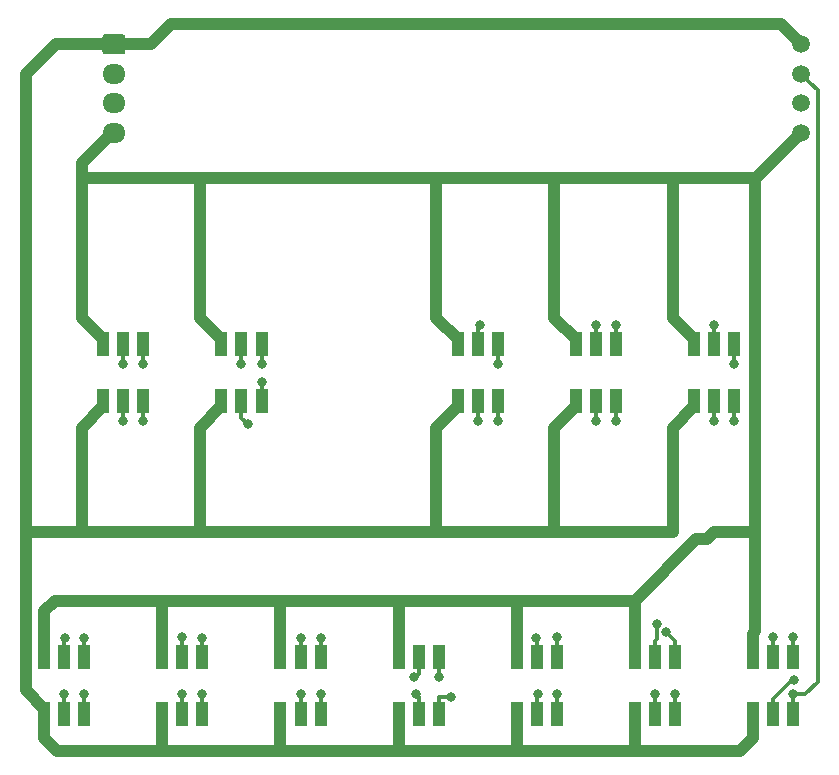
<source format=gbr>
G04 #@! TF.GenerationSoftware,KiCad,Pcbnew,(5.1.0)-1*
G04 #@! TF.CreationDate,2019-08-05T10:11:54+09:00*
G04 #@! TF.ProjectId,APA102,41504131-3032-42e6-9b69-6361645f7063,rev?*
G04 #@! TF.SameCoordinates,Original*
G04 #@! TF.FileFunction,Copper,L1,Top*
G04 #@! TF.FilePolarity,Positive*
%FSLAX46Y46*%
G04 Gerber Fmt 4.6, Leading zero omitted, Abs format (unit mm)*
G04 Created by KiCad (PCBNEW (5.1.0)-1) date 2019-08-05 10:11:54*
%MOMM*%
%LPD*%
G04 APERTURE LIST*
%ADD10C,0.100000*%
%ADD11C,1.700000*%
%ADD12O,1.950000X1.700000*%
%ADD13R,1.100000X2.000000*%
%ADD14C,1.500000*%
%ADD15C,0.800000*%
%ADD16C,1.000000*%
%ADD17C,0.300000*%
G04 APERTURE END LIST*
D10*
G36*
X109949504Y-32851204D02*
G01*
X109973773Y-32854804D01*
X109997571Y-32860765D01*
X110020671Y-32869030D01*
X110042849Y-32879520D01*
X110063893Y-32892133D01*
X110083598Y-32906747D01*
X110101777Y-32923223D01*
X110118253Y-32941402D01*
X110132867Y-32961107D01*
X110145480Y-32982151D01*
X110155970Y-33004329D01*
X110164235Y-33027429D01*
X110170196Y-33051227D01*
X110173796Y-33075496D01*
X110175000Y-33100000D01*
X110175000Y-34300000D01*
X110173796Y-34324504D01*
X110170196Y-34348773D01*
X110164235Y-34372571D01*
X110155970Y-34395671D01*
X110145480Y-34417849D01*
X110132867Y-34438893D01*
X110118253Y-34458598D01*
X110101777Y-34476777D01*
X110083598Y-34493253D01*
X110063893Y-34507867D01*
X110042849Y-34520480D01*
X110020671Y-34530970D01*
X109997571Y-34539235D01*
X109973773Y-34545196D01*
X109949504Y-34548796D01*
X109925000Y-34550000D01*
X108475000Y-34550000D01*
X108450496Y-34548796D01*
X108426227Y-34545196D01*
X108402429Y-34539235D01*
X108379329Y-34530970D01*
X108357151Y-34520480D01*
X108336107Y-34507867D01*
X108316402Y-34493253D01*
X108298223Y-34476777D01*
X108281747Y-34458598D01*
X108267133Y-34438893D01*
X108254520Y-34417849D01*
X108244030Y-34395671D01*
X108235765Y-34372571D01*
X108229804Y-34348773D01*
X108226204Y-34324504D01*
X108225000Y-34300000D01*
X108225000Y-33100000D01*
X108226204Y-33075496D01*
X108229804Y-33051227D01*
X108235765Y-33027429D01*
X108244030Y-33004329D01*
X108254520Y-32982151D01*
X108267133Y-32961107D01*
X108281747Y-32941402D01*
X108298223Y-32923223D01*
X108316402Y-32906747D01*
X108336107Y-32892133D01*
X108357151Y-32879520D01*
X108379329Y-32869030D01*
X108402429Y-32860765D01*
X108426227Y-32854804D01*
X108450496Y-32851204D01*
X108475000Y-32850000D01*
X109925000Y-32850000D01*
X109949504Y-32851204D01*
X109949504Y-32851204D01*
G37*
D11*
X109200000Y-33700000D03*
D12*
X109200000Y-36200000D03*
X109200000Y-38700000D03*
X109200000Y-41200000D03*
D13*
X103300000Y-90400000D03*
X105000000Y-90400000D03*
X106700000Y-90400000D03*
X106700000Y-85600000D03*
X105000000Y-85600000D03*
X103300000Y-85600000D03*
X108300000Y-59100000D03*
X110000000Y-59100000D03*
X111700000Y-59100000D03*
X111700000Y-63900000D03*
X110000000Y-63900000D03*
X108300000Y-63900000D03*
X113300000Y-90400000D03*
X115000000Y-90400000D03*
X116700000Y-90400000D03*
X116700000Y-85600000D03*
X115000000Y-85600000D03*
X113300000Y-85600000D03*
X118300000Y-59100000D03*
X120000000Y-59100000D03*
X121700000Y-59100000D03*
X121700000Y-63900000D03*
X120000000Y-63900000D03*
X118300000Y-63900000D03*
X123300000Y-90400000D03*
X125000000Y-90400000D03*
X126700000Y-90400000D03*
X126700000Y-85600000D03*
X125000000Y-85600000D03*
X123300000Y-85600000D03*
X133300000Y-85600000D03*
X135000000Y-85600000D03*
X136700000Y-85600000D03*
X136700000Y-90400000D03*
X135000000Y-90400000D03*
X133300000Y-90400000D03*
X138300000Y-63900000D03*
X140000000Y-63900000D03*
X141700000Y-63900000D03*
X141700000Y-59100000D03*
X140000000Y-59100000D03*
X138300000Y-59100000D03*
X143300000Y-85600000D03*
X145000000Y-85600000D03*
X146700000Y-85600000D03*
X146700000Y-90400000D03*
X145000000Y-90400000D03*
X143300000Y-90400000D03*
X148300000Y-63900000D03*
X150000000Y-63900000D03*
X151700000Y-63900000D03*
X151700000Y-59100000D03*
X150000000Y-59100000D03*
X148300000Y-59100000D03*
X153300000Y-85600000D03*
X155000000Y-85600000D03*
X156700000Y-85600000D03*
X156700000Y-90400000D03*
X155000000Y-90400000D03*
X153300000Y-90400000D03*
X158300000Y-63900000D03*
X160000000Y-63900000D03*
X161700000Y-63900000D03*
X161700000Y-59100000D03*
X160000000Y-59100000D03*
X158300000Y-59100000D03*
X163300000Y-85600000D03*
X165000000Y-85600000D03*
X166700000Y-85600000D03*
X166700000Y-90400000D03*
X165000000Y-90400000D03*
X163300000Y-90400000D03*
D14*
X167400000Y-41200000D03*
X167400000Y-38700000D03*
X167400000Y-36200000D03*
X167400000Y-33700000D03*
D15*
X105000000Y-88746000D03*
X110000000Y-60756900D03*
X106700000Y-88710400D03*
X111681100Y-60757800D03*
X106700000Y-83933500D03*
X105070800Y-83932300D03*
X116700000Y-83940200D03*
X111700000Y-65554800D03*
X115000000Y-83921000D03*
X110000000Y-65570700D03*
X115000000Y-88746000D03*
X120000000Y-60784600D03*
X116700000Y-88739700D03*
X121762100Y-60794400D03*
X126700000Y-83939200D03*
X121700000Y-62247800D03*
X125000000Y-83945700D03*
X120554600Y-65854900D03*
X125000000Y-88699500D03*
X134647700Y-87264600D03*
X126700000Y-88730400D03*
X136700000Y-87264800D03*
X141700000Y-60779200D03*
X137761700Y-88949800D03*
X140225000Y-57423500D03*
X134741100Y-88667900D03*
X140000000Y-65557900D03*
X144964000Y-83943700D03*
X141700000Y-65559000D03*
X146700000Y-83919200D03*
X151700000Y-57423500D03*
X146700000Y-88746100D03*
X150000000Y-57423500D03*
X145075000Y-88696000D03*
X150000000Y-65553700D03*
X155162500Y-82752200D03*
X151700000Y-65555200D03*
X155975000Y-83474700D03*
X161700000Y-60751600D03*
X156700000Y-88719100D03*
X160000000Y-57425500D03*
X155000000Y-88734900D03*
X160000000Y-65576700D03*
X165025000Y-83904900D03*
X161700000Y-65550600D03*
X166700000Y-83921100D03*
X166700000Y-88746000D03*
X166750000Y-87500000D03*
D16*
X163300000Y-90400000D02*
X163300000Y-92400000D01*
X163300000Y-92400000D02*
X162200000Y-93500000D01*
X162200000Y-93500000D02*
X153500000Y-93500000D01*
X158300000Y-63900000D02*
X158300000Y-64350000D01*
X158300000Y-64350000D02*
X156500000Y-66150000D01*
X156500000Y-66150000D02*
X156500000Y-75000000D01*
X156500000Y-75000000D02*
X146500000Y-75000000D01*
X146500000Y-75000000D02*
X136500000Y-75000000D01*
X148300000Y-63900000D02*
X148300000Y-64350000D01*
X148300000Y-64350000D02*
X146500000Y-66150000D01*
X146500000Y-66150000D02*
X146500000Y-75000000D01*
X136500000Y-75000000D02*
X116500000Y-75000000D01*
X138300000Y-63900000D02*
X138300000Y-64350000D01*
X138300000Y-64350000D02*
X136500000Y-66150000D01*
X136500000Y-66150000D02*
X136500000Y-75000000D01*
X116500000Y-75000000D02*
X106500000Y-75000000D01*
X118300000Y-63900000D02*
X118300000Y-64350000D01*
X118300000Y-64350000D02*
X116500000Y-66150000D01*
X116500000Y-66150000D02*
X116500000Y-75000000D01*
X106500000Y-75000000D02*
X101750000Y-75000000D01*
X108300000Y-63900000D02*
X108300000Y-64350000D01*
X108300000Y-64350000D02*
X106500000Y-66150000D01*
X106500000Y-66150000D02*
X106500000Y-75000000D01*
X133250000Y-93500000D02*
X133300000Y-93450000D01*
X133300000Y-93450000D02*
X133300000Y-90400000D01*
X153500000Y-93500000D02*
X143000000Y-93500000D01*
X153300000Y-90400000D02*
X153300000Y-93300000D01*
X153300000Y-93300000D02*
X153500000Y-93500000D01*
X143000000Y-93500000D02*
X133250000Y-93500000D01*
X143300000Y-90400000D02*
X143300000Y-93200000D01*
X143300000Y-93200000D02*
X143000000Y-93500000D01*
X133250000Y-93500000D02*
X123250000Y-93500000D01*
X123250000Y-93500000D02*
X113250000Y-93500000D01*
X123300000Y-90400000D02*
X123300000Y-93450000D01*
X123300000Y-93450000D02*
X123250000Y-93500000D01*
X113250000Y-93500000D02*
X104400000Y-93500000D01*
X104400000Y-93500000D02*
X103300000Y-92400000D01*
X103300000Y-92400000D02*
X103300000Y-90400000D01*
X113300000Y-90400000D02*
X113300000Y-93450000D01*
X113300000Y-93450000D02*
X113250000Y-93500000D01*
X101750000Y-75000000D02*
X101750000Y-36250000D01*
X101750000Y-36250000D02*
X104300000Y-33700000D01*
X104300000Y-33700000D02*
X109200000Y-33700000D01*
X103300000Y-90400000D02*
X103300000Y-89950000D01*
X103300000Y-89950000D02*
X101750000Y-88400000D01*
X101750000Y-88400000D02*
X101750000Y-75000000D01*
X109200000Y-33700000D02*
X112300000Y-33700000D01*
X112300000Y-33700000D02*
X114000000Y-32000000D01*
X114000000Y-32000000D02*
X165700000Y-32000000D01*
X165700000Y-32000000D02*
X167400000Y-33700000D01*
D17*
X110000000Y-60500300D02*
X110000000Y-60756900D01*
X110000000Y-59100000D02*
X110000000Y-60500300D01*
X105000000Y-88746000D02*
X105000000Y-90400000D01*
X111700000Y-59100000D02*
X111700000Y-60500300D01*
X111700000Y-60500300D02*
X111681100Y-60519200D01*
X111681100Y-60519200D02*
X111681100Y-60757800D01*
X106700000Y-88710400D02*
X106700000Y-90400000D01*
X106700000Y-84199700D02*
X106700000Y-83933500D01*
X106700000Y-85600000D02*
X106700000Y-84199700D01*
X105000000Y-85600000D02*
X105000000Y-84199700D01*
X105000000Y-84199700D02*
X105070800Y-84128900D01*
X105070800Y-84128900D02*
X105070800Y-83932300D01*
D16*
X146500000Y-45000000D02*
X156500000Y-45000000D01*
X148300000Y-59100000D02*
X148300000Y-58650000D01*
X148300000Y-58650000D02*
X146500000Y-56850000D01*
X146500000Y-56850000D02*
X146500000Y-45000000D01*
X157250000Y-45000000D02*
X163600000Y-45000000D01*
X156500000Y-45000000D02*
X157250000Y-45000000D01*
X156500000Y-45000000D02*
X157250000Y-45000000D01*
X106500000Y-45000000D02*
X106500000Y-43775000D01*
X106500000Y-43775000D02*
X109075000Y-41200000D01*
X109075000Y-41200000D02*
X109200000Y-41200000D01*
X108300000Y-59100000D02*
X108300000Y-58650000D01*
X108300000Y-58650000D02*
X106500000Y-56850000D01*
X106500000Y-56850000D02*
X106500000Y-45000000D01*
X163300000Y-85600000D02*
X163300000Y-83600000D01*
X163300000Y-83600000D02*
X163500000Y-83400000D01*
X163500000Y-83400000D02*
X163500000Y-75250000D01*
X143071000Y-80821300D02*
X133071000Y-80821300D01*
X153300000Y-80821300D02*
X143071000Y-80821300D01*
X136500000Y-45000000D02*
X146500000Y-45000000D01*
X116500000Y-45000000D02*
X106500000Y-45000000D01*
X116500000Y-45000000D02*
X136500000Y-45000000D01*
X143300000Y-85600000D02*
X143300000Y-81050000D01*
X143300000Y-81050000D02*
X143071000Y-80821300D01*
X133071000Y-80821300D02*
X123071000Y-80821300D01*
X133300000Y-85600000D02*
X133300000Y-81050000D01*
X133300000Y-81050000D02*
X133071000Y-80821300D01*
X123071000Y-80821300D02*
X113179000Y-80821300D01*
X123300000Y-85600000D02*
X123300000Y-81050000D01*
X123300000Y-81050000D02*
X123071000Y-80821300D01*
X113179000Y-80821300D02*
X104179000Y-80821300D01*
X104179000Y-80821300D02*
X103300000Y-81700000D01*
X103300000Y-81700000D02*
X103300000Y-85600000D01*
X113300000Y-85600000D02*
X113300000Y-80942600D01*
X113300000Y-80942600D02*
X113179000Y-80821300D01*
X153300000Y-80821300D02*
X158500000Y-75621300D01*
X158500000Y-75621300D02*
X159379000Y-75621300D01*
X159379000Y-75621300D02*
X160000000Y-75000000D01*
X160000000Y-75000000D02*
X163250000Y-75000000D01*
X163250000Y-75000000D02*
X163500000Y-75250000D01*
X153300000Y-85600000D02*
X153300000Y-80821300D01*
X163500000Y-75250000D02*
X163500000Y-45100000D01*
X163500000Y-45100000D02*
X163600000Y-45000000D01*
X163600000Y-45000000D02*
X167400000Y-41200000D01*
X158300000Y-59100000D02*
X158300000Y-58650000D01*
X158300000Y-58650000D02*
X156500000Y-56850000D01*
X156500000Y-56850000D02*
X156500000Y-45000000D01*
X138300000Y-59100000D02*
X138300000Y-58650000D01*
X138300000Y-58650000D02*
X136500000Y-56850000D01*
X136500000Y-56850000D02*
X136500000Y-45000000D01*
X118300000Y-59100000D02*
X118300000Y-58650000D01*
X118300000Y-58650000D02*
X116500000Y-56850000D01*
X116500000Y-56850000D02*
X116500000Y-45000000D01*
X109325000Y-41200000D02*
X109200000Y-41200000D01*
D17*
X111700000Y-65300300D02*
X111700000Y-65554800D01*
X111700000Y-63900000D02*
X111700000Y-65300300D01*
X116700000Y-83940200D02*
X116700000Y-85600000D01*
X110000000Y-65300300D02*
X110000000Y-65570700D01*
X110000000Y-63900000D02*
X110000000Y-65300300D01*
X115000000Y-83921000D02*
X115000000Y-85600000D01*
X120000000Y-60500300D02*
X120000000Y-60784600D01*
X120000000Y-59100000D02*
X120000000Y-60500300D01*
X115000000Y-88746000D02*
X115000000Y-90400000D01*
X121700000Y-59100000D02*
X121700000Y-60500300D01*
X121700000Y-60500300D02*
X121762100Y-60562400D01*
X121762100Y-60562400D02*
X121762100Y-60794400D01*
X116700000Y-88739700D02*
X116700000Y-90400000D01*
X121700000Y-62499700D02*
X121700000Y-62247800D01*
X121700000Y-63900000D02*
X121700000Y-62499700D01*
X126700000Y-84199700D02*
X126700000Y-83939200D01*
X126700000Y-85600000D02*
X126700000Y-84199700D01*
X120000000Y-65300300D02*
X120554600Y-65854900D01*
X120000000Y-63900000D02*
X120000000Y-65300300D01*
X125000000Y-83945700D02*
X125000000Y-85600000D01*
X135000000Y-87000300D02*
X134912000Y-87000300D01*
X134912000Y-87000300D02*
X134647700Y-87264600D01*
X135000000Y-85600000D02*
X135000000Y-87000300D01*
X125000000Y-88699500D02*
X125000000Y-90400000D01*
X136700000Y-85600000D02*
X136700000Y-87264800D01*
X126700000Y-88730400D02*
X126700000Y-90400000D01*
X136700000Y-88999700D02*
X137711800Y-88999700D01*
X137711800Y-88999700D02*
X137761700Y-88949800D01*
X136700000Y-90400000D02*
X136700000Y-88999700D01*
X141700000Y-60779200D02*
X141700000Y-59100000D01*
X135000000Y-90400000D02*
X135000000Y-88999700D01*
X135000000Y-88999700D02*
X134741100Y-88740800D01*
X134741100Y-88740800D02*
X134741100Y-88667900D01*
X140225000Y-57423500D02*
X140000000Y-57648500D01*
X140000000Y-57648500D02*
X140000000Y-59100000D01*
X145000000Y-85600000D02*
X145000000Y-84199700D01*
X145000000Y-84199700D02*
X144964000Y-84163700D01*
X144964000Y-84163700D02*
X144964000Y-83943700D01*
X140000000Y-65557900D02*
X140000000Y-63900000D01*
X146700000Y-84199700D02*
X146700000Y-83919200D01*
X146700000Y-85600000D02*
X146700000Y-84199700D01*
X141700000Y-65300300D02*
X141700000Y-65559000D01*
X141700000Y-63900000D02*
X141700000Y-65300300D01*
X146700000Y-88999700D02*
X146700000Y-88746100D01*
X146700000Y-90400000D02*
X146700000Y-88999700D01*
X151700000Y-59100000D02*
X151700000Y-57423500D01*
X145000000Y-90400000D02*
X145000000Y-88999700D01*
X145000000Y-88999700D02*
X145075000Y-88924700D01*
X145075000Y-88924700D02*
X145075000Y-88696000D01*
X150000000Y-59100000D02*
X150000000Y-57423500D01*
X155000000Y-85600000D02*
X155000000Y-84199700D01*
X155000000Y-84199700D02*
X155162500Y-84037200D01*
X155162500Y-84037200D02*
X155162500Y-82752200D01*
X150000000Y-65553700D02*
X150000000Y-63900000D01*
X156700000Y-84199700D02*
X155975000Y-83474700D01*
X156700000Y-85600000D02*
X156700000Y-84199700D01*
X151700000Y-65555200D02*
X151700000Y-63900000D01*
X156700000Y-88999700D02*
X156700000Y-88719100D01*
X156700000Y-90400000D02*
X156700000Y-88999700D01*
X161700000Y-60751600D02*
X161700000Y-59100000D01*
X155000000Y-90400000D02*
X155000000Y-88734900D01*
X160000000Y-57425500D02*
X160000000Y-59100000D01*
X165000000Y-85600000D02*
X165000000Y-84199700D01*
X165000000Y-84199700D02*
X165025000Y-84174700D01*
X165025000Y-84174700D02*
X165025000Y-83904900D01*
X160000000Y-65576700D02*
X160000000Y-63900000D01*
X166700000Y-84199700D02*
X166700000Y-83921100D01*
X166700000Y-85600000D02*
X166700000Y-84199700D01*
X161700000Y-65550600D02*
X161700000Y-63900000D01*
X166700000Y-88746000D02*
X166700000Y-90400000D01*
X166700000Y-88746000D02*
X167754000Y-88746000D01*
X168149999Y-36949999D02*
X167400000Y-36200000D01*
X168800001Y-37600001D02*
X168149999Y-36949999D01*
X168800001Y-87699999D02*
X168800001Y-37600001D01*
X167754000Y-88746000D02*
X168800001Y-87699999D01*
X166600000Y-87500000D02*
X166750000Y-87500000D01*
X165000000Y-90400000D02*
X165000000Y-89100000D01*
X165000000Y-89100000D02*
X166600000Y-87500000D01*
M02*

</source>
